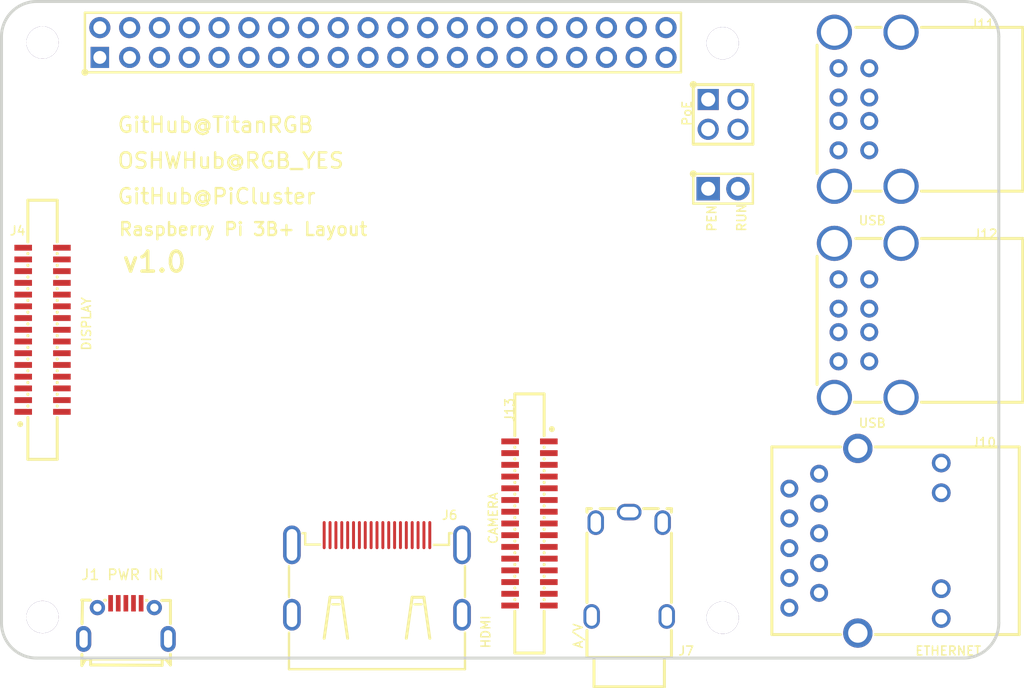
<source format=kicad_pcb>
(kicad_pcb (version 20171130) (host pcbnew "(5.1.9)-1")

  (general
    (thickness 1.6)
    (drawings 33)
    (tracks 4)
    (zones 0)
    (modules 11)
    (nets 147)
  )

  (page A4)
  (layers
    (0 F.Cu signal)
    (31 B.Cu signal)
    (32 B.Adhes user)
    (33 F.Adhes user)
    (34 B.Paste user)
    (35 F.Paste user)
    (36 B.SilkS user)
    (37 F.SilkS user)
    (38 B.Mask user)
    (39 F.Mask user)
    (40 Dwgs.User user)
    (41 Cmts.User user)
    (42 Eco1.User user)
    (43 Eco2.User user)
    (44 Edge.Cuts user)
    (45 Margin user)
    (46 B.CrtYd user)
    (47 F.CrtYd user)
    (48 B.Fab user hide)
    (49 F.Fab user hide)
  )

  (setup
    (last_trace_width 0.25)
    (trace_clearance 0.2)
    (zone_clearance 0.508)
    (zone_45_only no)
    (trace_min 0.2)
    (via_size 0.8)
    (via_drill 0.4)
    (via_min_size 0.4)
    (via_min_drill 0.3)
    (uvia_size 0.3)
    (uvia_drill 0.1)
    (uvias_allowed no)
    (uvia_min_size 0.2)
    (uvia_min_drill 0.1)
    (edge_width 0.05)
    (segment_width 0.2)
    (pcb_text_width 0.3)
    (pcb_text_size 1.5 1.5)
    (mod_edge_width 0.12)
    (mod_text_size 1 1)
    (mod_text_width 0.15)
    (pad_size 1.524 1.524)
    (pad_drill 0.762)
    (pad_to_mask_clearance 0)
    (aux_axis_origin 0 0)
    (visible_elements FFFFFF7F)
    (pcbplotparams
      (layerselection 0x010fc_ffffffff)
      (usegerberextensions false)
      (usegerberattributes true)
      (usegerberadvancedattributes true)
      (creategerberjobfile true)
      (excludeedgelayer true)
      (linewidth 0.100000)
      (plotframeref false)
      (viasonmask false)
      (mode 1)
      (useauxorigin false)
      (hpglpennumber 1)
      (hpglpenspeed 20)
      (hpglpendiameter 15.000000)
      (psnegative false)
      (psa4output false)
      (plotreference true)
      (plotvalue true)
      (plotinvisibletext false)
      (padsonsilk false)
      (subtractmaskfromsilk false)
      (outputformat 1)
      (mirror false)
      (drillshape 1)
      (scaleselection 1)
      (outputdirectory ""))
  )

  (net 0 "")
  (net 1 J1_5)
  (net 2 J1_4)
  (net 3 J1_3)
  (net 4 J1_2)
  (net 5 J1_1)
  (net 6 J1_7)
  (net 7 J1_8)
  (net 8 J1_9)
  (net 9 J1_6)
  (net 10 J11_1)
  (net 11 J11_2)
  (net 12 J11_3)
  (net 13 J11_4)
  (net 14 J11_5)
  (net 15 J11_6)
  (net 16 J11_7)
  (net 17 J11_8)
  (net 18 J11_9)
  (net 19 J12_1)
  (net 20 J12_2)
  (net 21 J12_3)
  (net 22 J12_4)
  (net 23 J12_5)
  (net 24 J12_6)
  (net 25 J12_7)
  (net 26 J12_8)
  (net 27 J12_9)
  (net 28 J4_1)
  (net 29 J4_2)
  (net 30 J4_3)
  (net 31 J4_4)
  (net 32 J4_5)
  (net 33 J4_6)
  (net 34 J4_7)
  (net 35 J4_8)
  (net 36 J4_9)
  (net 37 J4_10)
  (net 38 J4_11)
  (net 39 J4_12)
  (net 40 J4_13)
  (net 41 J4_14)
  (net 42 J4_15)
  (net 43 J3_1)
  (net 44 J3_2)
  (net 45 J3_3)
  (net 46 J3_4)
  (net 47 J3_5)
  (net 48 J3_6)
  (net 49 J3_7)
  (net 50 J3_8)
  (net 51 J3_9)
  (net 52 J3_10)
  (net 53 J3_11)
  (net 54 J3_12)
  (net 55 J3_13)
  (net 56 J3_14)
  (net 57 J3_15)
  (net 58 GPIO_1)
  (net 59 GPIO_2)
  (net 60 GPIO_3)
  (net 61 GPIO_4)
  (net 62 GPIO_5)
  (net 63 GPIO_6)
  (net 64 GPIO_7)
  (net 65 GPIO_8)
  (net 66 GPIO_9)
  (net 67 GPIO_10)
  (net 68 GPIO_11)
  (net 69 GPIO_12)
  (net 70 GPIO_13)
  (net 71 GPIO_14)
  (net 72 GPIO_15)
  (net 73 GPIO_16)
  (net 74 GPIO_17)
  (net 75 GPIO_18)
  (net 76 GPIO_19)
  (net 77 GPIO_20)
  (net 78 GPIO_21)
  (net 79 GPIO_22)
  (net 80 GPIO_23)
  (net 81 GPIO_24)
  (net 82 GPIO_25)
  (net 83 GPIO_26)
  (net 84 GPIO_27)
  (net 85 GPIO_28)
  (net 86 GPIO_29)
  (net 87 GPIO_30)
  (net 88 GPIO_31)
  (net 89 GPIO_32)
  (net 90 GPIO_33)
  (net 91 GPIO_34)
  (net 92 GPIO_35)
  (net 93 GPIO_36)
  (net 94 GPIO_37)
  (net 95 GPIO_38)
  (net 96 GPIO_39)
  (net 97 GPIO_40)
  (net 98 J6_10)
  (net 99 J6_9)
  (net 100 J6_8)
  (net 101 J6_7)
  (net 102 J6_6)
  (net 103 J6_5)
  (net 104 J6_4)
  (net 105 J6_3)
  (net 106 J6_2)
  (net 107 J6_1)
  (net 108 J6_11)
  (net 109 J6_12)
  (net 110 J6_13)
  (net 111 J6_14)
  (net 112 J6_15)
  (net 113 J6_16)
  (net 114 J6_17)
  (net 115 J6_18)
  (net 116 J6_19)
  (net 117 J6_20)
  (net 118 J6_21)
  (net 119 J6_22)
  (net 120 J6_23)
  (net 121 J7_1)
  (net 122 J7_2)
  (net 123 J7_3)
  (net 124 J7_4)
  (net 125 J10_10)
  (net 126 J10_9)
  (net 127 J10_11)
  (net 128 J10_12)
  (net 129 J10_13)
  (net 130 J10_14)
  (net 131 J10_15)
  (net 132 J10_16)
  (net 133 J10_1)
  (net 134 J10_2)
  (net 135 J10_3)
  (net 136 J10_4)
  (net 137 J10_5)
  (net 138 J10_6)
  (net 139 J10_7)
  (net 140 J10_8)
  (net 141 PEN/RUN_1)
  (net 142 PEN/RUN_2)
  (net 143 POE_1)
  (net 144 POE_2)
  (net 145 POE_3)
  (net 146 POE_4)

  (net_class Default "This is the default net class."
    (clearance 0.2)
    (trace_width 0.25)
    (via_dia 0.8)
    (via_drill 0.4)
    (uvia_dia 0.3)
    (uvia_drill 0.1)
    (add_net GPIO_1)
    (add_net GPIO_10)
    (add_net GPIO_11)
    (add_net GPIO_12)
    (add_net GPIO_13)
    (add_net GPIO_14)
    (add_net GPIO_15)
    (add_net GPIO_16)
    (add_net GPIO_17)
    (add_net GPIO_18)
    (add_net GPIO_19)
    (add_net GPIO_2)
    (add_net GPIO_20)
    (add_net GPIO_21)
    (add_net GPIO_22)
    (add_net GPIO_23)
    (add_net GPIO_24)
    (add_net GPIO_25)
    (add_net GPIO_26)
    (add_net GPIO_27)
    (add_net GPIO_28)
    (add_net GPIO_29)
    (add_net GPIO_3)
    (add_net GPIO_30)
    (add_net GPIO_31)
    (add_net GPIO_32)
    (add_net GPIO_33)
    (add_net GPIO_34)
    (add_net GPIO_35)
    (add_net GPIO_36)
    (add_net GPIO_37)
    (add_net GPIO_38)
    (add_net GPIO_39)
    (add_net GPIO_4)
    (add_net GPIO_40)
    (add_net GPIO_5)
    (add_net GPIO_6)
    (add_net GPIO_7)
    (add_net GPIO_8)
    (add_net GPIO_9)
    (add_net J10_1)
    (add_net J10_10)
    (add_net J10_11)
    (add_net J10_12)
    (add_net J10_13)
    (add_net J10_14)
    (add_net J10_15)
    (add_net J10_16)
    (add_net J10_2)
    (add_net J10_3)
    (add_net J10_4)
    (add_net J10_5)
    (add_net J10_6)
    (add_net J10_7)
    (add_net J10_8)
    (add_net J10_9)
    (add_net J11_1)
    (add_net J11_2)
    (add_net J11_3)
    (add_net J11_4)
    (add_net J11_5)
    (add_net J11_6)
    (add_net J11_7)
    (add_net J11_8)
    (add_net J11_9)
    (add_net J12_1)
    (add_net J12_2)
    (add_net J12_3)
    (add_net J12_4)
    (add_net J12_5)
    (add_net J12_6)
    (add_net J12_7)
    (add_net J12_8)
    (add_net J12_9)
    (add_net J1_1)
    (add_net J1_2)
    (add_net J1_3)
    (add_net J1_4)
    (add_net J1_5)
    (add_net J1_6)
    (add_net J1_7)
    (add_net J1_8)
    (add_net J1_9)
    (add_net J3_1)
    (add_net J3_10)
    (add_net J3_11)
    (add_net J3_12)
    (add_net J3_13)
    (add_net J3_14)
    (add_net J3_15)
    (add_net J3_2)
    (add_net J3_3)
    (add_net J3_4)
    (add_net J3_5)
    (add_net J3_6)
    (add_net J3_7)
    (add_net J3_8)
    (add_net J3_9)
    (add_net J4_1)
    (add_net J4_10)
    (add_net J4_11)
    (add_net J4_12)
    (add_net J4_13)
    (add_net J4_14)
    (add_net J4_15)
    (add_net J4_2)
    (add_net J4_3)
    (add_net J4_4)
    (add_net J4_5)
    (add_net J4_6)
    (add_net J4_7)
    (add_net J4_8)
    (add_net J4_9)
    (add_net J6_1)
    (add_net J6_10)
    (add_net J6_11)
    (add_net J6_12)
    (add_net J6_13)
    (add_net J6_14)
    (add_net J6_15)
    (add_net J6_16)
    (add_net J6_17)
    (add_net J6_18)
    (add_net J6_19)
    (add_net J6_2)
    (add_net J6_20)
    (add_net J6_21)
    (add_net J6_22)
    (add_net J6_23)
    (add_net J6_3)
    (add_net J6_4)
    (add_net J6_5)
    (add_net J6_6)
    (add_net J6_7)
    (add_net J6_8)
    (add_net J6_9)
    (add_net J7_1)
    (add_net J7_2)
    (add_net J7_3)
    (add_net J7_4)
    (add_net PEN/RUN_1)
    (add_net PEN/RUN_2)
    (add_net POE_1)
    (add_net POE_2)
    (add_net POE_3)
    (add_net POE_4)
  )

  (module easyeda:MICRO-USB-SMD_MICROXNJ (layer F.Cu) (tedit 0) (tstamp 0)
    (at 108.39 124.601)
    (attr smd)
    (fp_text reference J1 (at -3.869 -2.427) (layer F.SilkS) hide
      (effects (font (size 0.762 0.762) (thickness 0.127)) (justify left))
    )
    (fp_text value "PWR IN" (at -0.006 -4.534) (layer F.Fab) hide
      (effects (font (size 1.143 1.143) (thickness 0.152)) (justify left))
    )
    (fp_line (start -3.76 -1.79) (end -3.031 -1.787) (layer F.SilkS) (width 0.254))
    (fp_line (start -1.814 -1.782) (end -1.731 -1.782) (layer F.SilkS) (width 0.254))
    (fp_line (start 1.731 -1.768) (end 1.799 -1.768) (layer F.SilkS) (width 0.254))
    (fp_line (start 3.8 -1.76) (end 3.8 0.213) (layer F.SilkS) (width 0.254))
    (fp_line (start 3.056 -1.763) (end 3.8 -1.76) (layer F.SilkS) (width 0.254))
    (fp_line (start -3.735 0.201) (end -3.7 -1.76) (layer F.SilkS) (width 0.254))
    (fp_line (start 3.8 3.74) (end 3.8 2.829) (layer F.SilkS) (width 0.254))
    (fp_line (start 3.4 3.24) (end 3.8 3.74) (layer F.SilkS) (width 0.254))
    (fp_line (start 3.1 3.24) (end 3.4 3.24) (layer F.SilkS) (width 0.254))
    (fp_line (start -3 3.24) (end 3.1 3.24) (layer F.SilkS) (width 0.254))
    (fp_line (start -3.735 0.201) (end -3.731 -0.007) (layer F.SilkS) (width 0.254))
    (fp_line (start -3.75 3.78) (end -3.745 2.84) (layer F.SilkS) (width 0.254))
    (fp_line (start -3.45 3.26) (end -3.75 3.78) (layer F.SilkS) (width 0.254))
    (fp_line (start -3 3.24) (end -3.45 3.26) (layer F.SilkS) (width 0.254))
    (fp_line (start -3.733 0.2) (end -3.732 0.026) (layer F.SilkS) (width 0.254))
    (fp_line (start 3.09 3.77) (end 3.1 3.24) (layer F.SilkS) (width 0.254))
    (fp_line (start -3 3.74) (end 3.09 3.77) (layer F.SilkS) (width 0.254))
    (fp_line (start -3 3.24) (end -3 3.74) (layer F.SilkS) (width 0.254))
    (fp_poly (pts (xy -1.1 -2.221) (xy -1.5 -2.221) (xy -1.5 -1.021) (xy -1.5 -0.821)
      (xy -1.1 -0.821) (xy -1.1 -1.058)) (layer F.Paste) (width 0))
    (fp_poly (pts (xy -0.45 -2.221) (xy -0.85 -2.221) (xy -0.85 -1.021) (xy -0.85 -0.821)
      (xy -0.45 -0.821) (xy -0.45 -1.058)) (layer F.Paste) (width 0))
    (fp_poly (pts (xy 0.2 -2.221) (xy -0.2 -2.221) (xy -0.2 -1.021) (xy -0.2 -0.821)
      (xy 0.2 -0.821) (xy 0.2 -1.058)) (layer F.Paste) (width 0))
    (fp_poly (pts (xy 0.85 -2.221) (xy 0.45 -2.221) (xy 0.45 -1.021) (xy 0.45 -0.821)
      (xy 0.85 -0.821) (xy 0.85 -1.058)) (layer F.Paste) (width 0))
    (fp_poly (pts (xy 1.5 -2.221) (xy 1.1 -2.221) (xy 1.1 -1.021) (xy 1.1 -0.821)
      (xy 1.5 -0.821) (xy 1.5 -1.058)) (layer F.Paste) (width 0))
    (fp_circle (center 2.425 -1.149) (end 2.75 -1.149) (layer F.Paste) (width 0.65))
    (fp_circle (center -2.425 -1.149) (end -2.1 -1.149) (layer F.Paste) (width 0.65))
    (fp_circle (center -1.53 -1.554) (end -1.43 -1.554) (layer Cmts.User) (width 0.2))
    (pad 5 smd rect (at 1.3 -1.521 270) (size 1.4 0.4) (layers F.Cu F.Paste F.Mask)
      (net 1 J1_5))
    (pad 4 smd rect (at 0.65 -1.521 270) (size 1.4 0.4) (layers F.Cu F.Paste F.Mask)
      (net 2 J1_4))
    (pad 3 smd rect (at 0 -1.521 270) (size 1.4 0.4) (layers F.Cu F.Paste F.Mask)
      (net 3 J1_3))
    (pad 2 smd rect (at -0.65 -1.521 270) (size 1.4 0.4) (layers F.Cu F.Paste F.Mask)
      (net 4 J1_2))
    (pad 1 smd rect (at -1.3 -1.521 270) (size 1.4 0.4) (layers F.Cu F.Paste F.Mask)
      (net 5 J1_1))
    (pad 7 thru_hole oval (at 3.6 1.521) (size 1.3 2.2) (drill oval 0.7 1.5) (layers *.Cu *.Paste *.Mask)
      (net 6 J1_7))
    (pad 8 thru_hole oval (at -3.6 1.521) (size 1.3 2.2) (drill oval 0.7 1.5) (layers *.Cu *.Paste *.Mask)
      (net 7 J1_8))
    (pad 9 thru_hole circle (at -2.425 -1.149) (size 1.3 1.3) (drill 0.7) (layers *.Cu *.Paste *.Mask)
      (net 8 J1_9))
    (pad 6 thru_hole circle (at 2.425 -1.149) (size 1.3 1.3) (drill 0.7) (layers *.Cu *.Paste *.Mask)
      (net 9 J1_6))
  )

  (module easyeda:USB-A-TH_U-USBAR04P-F201 locked (layer F.Cu) (tedit 0) (tstamp 0)
    (at 171.619 80.947 90)
    (fp_text reference J11 (at 0 -4.95 90) (layer F.SilkS) hide
      (effects (font (size 1.143 1.143) (thickness 0.152)) (justify left))
    )
    (fp_text value USB (at 0 -6.728 90) (layer F.Fab) hide
      (effects (font (size 1.143 1.143) (thickness 0.152)) (justify left))
    )
    (fp_line (start 6.985 13.208) (end 6.985 4.572) (layer F.SilkS) (width 0.254))
    (fp_line (start -6.985 13.208) (end 6.985 13.208) (layer F.SilkS) (width 0.254))
    (fp_line (start -6.985 4.572) (end -6.985 13.208) (layer F.SilkS) (width 0.254))
    (fp_line (start -6.985 -1.143) (end -6.985 1.143) (layer F.SilkS) (width 0.254))
    (fp_line (start 6.985 -1.016) (end 6.985 1.143) (layer F.SilkS) (width 0.254))
    (fp_line (start -5.461 -4.318) (end 5.461 -4.318) (layer F.SilkS) (width 0.254))
    (pad 1 thru_hole circle (at -3.5 -2.49 90) (size 1.524 1.524) (drill 0.914) (layers *.Cu *.Paste *.Mask)
      (net 10 J11_1))
    (pad 2 thru_hole circle (at -1 -2.49 90) (size 1.524 1.524) (drill 0.914) (layers *.Cu *.Paste *.Mask)
      (net 11 J11_2))
    (pad 3 thru_hole circle (at 1 -2.49 90) (size 1.524 1.524) (drill 0.914) (layers *.Cu *.Paste *.Mask)
      (net 12 J11_3))
    (pad 4 thru_hole circle (at 3.5 -2.49 90) (size 1.524 1.524) (drill 0.914) (layers *.Cu *.Paste *.Mask)
      (net 13 J11_4))
    (pad 5 thru_hole circle (at -3.5 0.13 90) (size 1.524 1.524) (drill 0.914) (layers *.Cu *.Paste *.Mask)
      (net 14 J11_5))
    (pad 6 thru_hole circle (at -1 0.13 90) (size 1.524 1.524) (drill 0.914) (layers *.Cu *.Paste *.Mask)
      (net 15 J11_6))
    (pad 7 thru_hole circle (at 1 0.13 90) (size 1.524 1.524) (drill 0.914) (layers *.Cu *.Paste *.Mask)
      (net 16 J11_7))
    (pad 8 thru_hole circle (at 3.5 0.13 90) (size 1.524 1.524) (drill 0.914) (layers *.Cu *.Paste *.Mask)
      (net 17 J11_8))
    (pad 9 thru_hole circle (at -6.57 -2.84 90) (size 3 3) (drill 2.3) (layers *.Cu *.Paste *.Mask)
      (net 18 J11_9))
    (pad 9 thru_hole circle (at 6.57 -2.84 90) (size 3 3) (drill 2.3) (layers *.Cu *.Paste *.Mask)
      (net 18 J11_9))
    (pad 9 thru_hole circle (at -6.57 2.84 90) (size 3 3) (drill 2.3) (layers *.Cu *.Paste *.Mask)
      (net 18 J11_9))
    (pad 9 thru_hole circle (at 6.57 2.84 90) (size 3 3) (drill 2.3) (layers *.Cu *.Paste *.Mask)
      (net 18 J11_9))
  )

  (module easyeda:USB-A-TH_U-USBAR04P-F201 locked (layer F.Cu) (tedit 0) (tstamp 0)
    (at 171.619 98.953 90)
    (fp_text reference J12 (at 0 -4.95 90) (layer F.SilkS) hide
      (effects (font (size 1.143 1.143) (thickness 0.152)) (justify left))
    )
    (fp_text value USB (at 0 -6.728 90) (layer F.Fab) hide
      (effects (font (size 1.143 1.143) (thickness 0.152)) (justify left))
    )
    (fp_line (start 6.985 13.208) (end 6.985 4.572) (layer F.SilkS) (width 0.254))
    (fp_line (start -6.985 13.208) (end 6.985 13.208) (layer F.SilkS) (width 0.254))
    (fp_line (start -6.985 4.572) (end -6.985 13.208) (layer F.SilkS) (width 0.254))
    (fp_line (start -6.985 -1.143) (end -6.985 1.143) (layer F.SilkS) (width 0.254))
    (fp_line (start 6.985 -1.016) (end 6.985 1.143) (layer F.SilkS) (width 0.254))
    (fp_line (start -5.461 -4.318) (end 5.461 -4.318) (layer F.SilkS) (width 0.254))
    (pad 1 thru_hole circle (at -3.5 -2.49 90) (size 1.524 1.524) (drill 0.914) (layers *.Cu *.Paste *.Mask)
      (net 19 J12_1))
    (pad 2 thru_hole circle (at -1 -2.49 90) (size 1.524 1.524) (drill 0.914) (layers *.Cu *.Paste *.Mask)
      (net 20 J12_2))
    (pad 3 thru_hole circle (at 1 -2.49 90) (size 1.524 1.524) (drill 0.914) (layers *.Cu *.Paste *.Mask)
      (net 21 J12_3))
    (pad 4 thru_hole circle (at 3.5 -2.49 90) (size 1.524 1.524) (drill 0.914) (layers *.Cu *.Paste *.Mask)
      (net 22 J12_4))
    (pad 5 thru_hole circle (at -3.5 0.13 90) (size 1.524 1.524) (drill 0.914) (layers *.Cu *.Paste *.Mask)
      (net 23 J12_5))
    (pad 6 thru_hole circle (at -1 0.13 90) (size 1.524 1.524) (drill 0.914) (layers *.Cu *.Paste *.Mask)
      (net 24 J12_6))
    (pad 7 thru_hole circle (at 1 0.13 90) (size 1.524 1.524) (drill 0.914) (layers *.Cu *.Paste *.Mask)
      (net 25 J12_7))
    (pad 8 thru_hole circle (at 3.5 0.13 90) (size 1.524 1.524) (drill 0.914) (layers *.Cu *.Paste *.Mask)
      (net 26 J12_8))
    (pad 9 thru_hole circle (at -6.57 -2.84 90) (size 3 3) (drill 2.3) (layers *.Cu *.Paste *.Mask)
      (net 27 J12_9))
    (pad 9 thru_hole circle (at 6.57 -2.84 90) (size 3 3) (drill 2.3) (layers *.Cu *.Paste *.Mask)
      (net 27 J12_9))
    (pad 9 thru_hole circle (at -6.57 2.84 90) (size 3 3) (drill 2.3) (layers *.Cu *.Paste *.Mask)
      (net 27 J12_9))
    (pad 9 thru_hole circle (at 6.57 2.84 90) (size 3 3) (drill 2.3) (layers *.Cu *.Paste *.Mask)
      (net 27 J12_9))
  )

  (module easyeda:FPC-SMD_15P-P1.00_HDGC_1.0K-GT-15PB locked (layer F.Cu) (tedit 0) (tstamp 0)
    (at 101.289 99.755 90)
    (attr smd)
    (fp_text reference J4 (at -0.142 -2.666 90) (layer F.SilkS) hide
      (effects (font (size 1.143 1.143) (thickness 0.152)) (justify left))
    )
    (fp_text value DISPLAY (at -0.142 -4.444 90) (layer F.Fab) hide
      (effects (font (size 1.143 1.143) (thickness 0.152)) (justify left))
    )
    (fp_line (start 11.05 -1.25) (end 11.05 1.25) (layer F.SilkS) (width 0.254))
    (fp_circle (center -8.048 -1.905) (end -7.921 -1.905) (layer F.SilkS) (width 0.254))
    (fp_line (start -11.05 -1.25) (end -7.481 -1.25) (layer F.SilkS) (width 0.254))
    (fp_line (start -6.519 -1.25) (end -6.481 -1.25) (layer F.SilkS) (width 0.254))
    (fp_line (start -5.519 -1.25) (end -5.481 -1.25) (layer F.SilkS) (width 0.254))
    (fp_line (start -4.519 -1.25) (end -4.481 -1.25) (layer F.SilkS) (width 0.254))
    (fp_line (start -3.519 -1.25) (end -3.481 -1.25) (layer F.SilkS) (width 0.254))
    (fp_line (start -6.519 1.25) (end -6.481 1.25) (layer F.SilkS) (width 0.254))
    (fp_line (start -5.519 1.25) (end -5.481 1.25) (layer F.SilkS) (width 0.254))
    (fp_line (start -4.519 1.25) (end -4.481 1.25) (layer F.SilkS) (width 0.254))
    (fp_line (start -3.519 1.25) (end -3.481 1.25) (layer F.SilkS) (width 0.254))
    (fp_line (start -11.05 1.25) (end -7.481 1.25) (layer F.SilkS) (width 0.254))
    (fp_line (start 6.519 -1.25) (end 6.481 -1.25) (layer F.SilkS) (width 0.254))
    (fp_line (start 5.519 -1.25) (end 5.481 -1.25) (layer F.SilkS) (width 0.254))
    (fp_line (start 4.519 -1.25) (end 4.481 -1.25) (layer F.SilkS) (width 0.254))
    (fp_line (start 3.519 -1.25) (end 3.481 -1.25) (layer F.SilkS) (width 0.254))
    (fp_line (start 2.519 -1.25) (end 2.481 -1.25) (layer F.SilkS) (width 0.254))
    (fp_line (start 1.519 -1.25) (end 1.481 -1.25) (layer F.SilkS) (width 0.254))
    (fp_line (start 0.519 -1.25) (end 0.481 -1.25) (layer F.SilkS) (width 0.254))
    (fp_line (start -0.481 -1.25) (end -0.519 -1.25) (layer F.SilkS) (width 0.254))
    (fp_line (start -1.481 -1.25) (end -1.519 -1.25) (layer F.SilkS) (width 0.254))
    (fp_line (start -2.481 -1.25) (end -2.519 -1.25) (layer F.SilkS) (width 0.254))
    (fp_line (start 6.519 1.25) (end 6.481 1.25) (layer F.SilkS) (width 0.254))
    (fp_line (start 5.519 1.25) (end 5.481 1.25) (layer F.SilkS) (width 0.254))
    (fp_line (start 4.519 1.25) (end 4.481 1.25) (layer F.SilkS) (width 0.254))
    (fp_line (start 3.519 1.25) (end 3.481 1.25) (layer F.SilkS) (width 0.254))
    (fp_line (start 2.519 1.25) (end 2.481 1.25) (layer F.SilkS) (width 0.254))
    (fp_line (start 1.519 1.25) (end 1.481 1.25) (layer F.SilkS) (width 0.254))
    (fp_line (start 0.519 1.25) (end 0.481 1.25) (layer F.SilkS) (width 0.254))
    (fp_line (start -0.481 1.25) (end -0.519 1.25) (layer F.SilkS) (width 0.254))
    (fp_line (start -1.481 1.25) (end -1.519 1.25) (layer F.SilkS) (width 0.254))
    (fp_line (start -2.481 1.25) (end -2.519 1.25) (layer F.SilkS) (width 0.254))
    (fp_line (start -11.05 -1.25) (end -11.05 1.25) (layer F.SilkS) (width 0.254))
    (fp_line (start 11.05 -1.25) (end 7.481 -1.25) (layer F.SilkS) (width 0.254))
    (fp_line (start 11.05 1.25) (end 7.481 1.25) (layer F.SilkS) (width 0.254))
    (fp_poly (pts (xy -9.5 1) (xy -10.5 1) (xy -10.5 -1) (xy 10.5 -1)
      (xy 10.5 1) (xy 9 1) (xy 9 -0.5) (xy -9 -0.5)
      (xy -9 1)) (layer Cmts.User) (width 0))
    (pad 1 smd rect (at -7 -1.65 90) (size 0.5 1.5) (layers F.Cu F.Paste F.Mask)
      (net 28 J4_1))
    (pad 2 smd rect (at -6 -1.65 90) (size 0.5 1.5) (layers F.Cu F.Paste F.Mask)
      (net 29 J4_2))
    (pad 3 smd rect (at -5 -1.65 90) (size 0.5 1.5) (layers F.Cu F.Paste F.Mask)
      (net 30 J4_3))
    (pad 4 smd rect (at -4 -1.65 90) (size 0.5 1.5) (layers F.Cu F.Paste F.Mask)
      (net 31 J4_4))
    (pad 5 smd rect (at -3 -1.65 90) (size 0.5 1.5) (layers F.Cu F.Paste F.Mask)
      (net 32 J4_5))
    (pad 5 smd rect (at -3 1.65 90) (size 0.5 1.5) (layers F.Cu F.Paste F.Mask)
      (net 32 J4_5))
    (pad 4 smd rect (at -4 1.65 90) (size 0.5 1.5) (layers F.Cu F.Paste F.Mask)
      (net 31 J4_4))
    (pad 3 smd rect (at -5 1.65 90) (size 0.5 1.5) (layers F.Cu F.Paste F.Mask)
      (net 30 J4_3))
    (pad 2 smd rect (at -6 1.65 90) (size 0.5 1.5) (layers F.Cu F.Paste F.Mask)
      (net 29 J4_2))
    (pad 1 smd rect (at -7 1.65 90) (size 0.5 1.5) (layers F.Cu F.Paste F.Mask)
      (net 28 J4_1))
    (pad 6 smd rect (at -2 1.65 90) (size 0.5 1.5) (layers F.Cu F.Paste F.Mask)
      (net 33 J4_6))
    (pad 7 smd rect (at -1 1.65 90) (size 0.5 1.5) (layers F.Cu F.Paste F.Mask)
      (net 34 J4_7))
    (pad 8 smd rect (at 0 1.65 90) (size 0.5 1.5) (layers F.Cu F.Paste F.Mask)
      (net 35 J4_8))
    (pad 9 smd rect (at 1 1.65 90) (size 0.5 1.5) (layers F.Cu F.Paste F.Mask)
      (net 36 J4_9))
    (pad 10 smd rect (at 2 1.65 90) (size 0.5 1.5) (layers F.Cu F.Paste F.Mask)
      (net 37 J4_10))
    (pad 11 smd rect (at 3 1.65 90) (size 0.5 1.5) (layers F.Cu F.Paste F.Mask)
      (net 38 J4_11))
    (pad 12 smd rect (at 4 1.65 90) (size 0.5 1.5) (layers F.Cu F.Paste F.Mask)
      (net 39 J4_12))
    (pad 13 smd rect (at 5 1.65 90) (size 0.5 1.5) (layers F.Cu F.Paste F.Mask)
      (net 40 J4_13))
    (pad 14 smd rect (at 6 1.65 90) (size 0.5 1.5) (layers F.Cu F.Paste F.Mask)
      (net 41 J4_14))
    (pad 15 smd rect (at 7 1.65 90) (size 0.5 1.5) (layers F.Cu F.Paste F.Mask)
      (net 42 J4_15))
    (pad 15 smd rect (at 7 -1.65 90) (size 0.5 1.5) (layers F.Cu F.Paste F.Mask)
      (net 42 J4_15))
    (pad 14 smd rect (at 6 -1.65 90) (size 0.5 1.5) (layers F.Cu F.Paste F.Mask)
      (net 41 J4_14))
    (pad 13 smd rect (at 5 -1.65 90) (size 0.5 1.5) (layers F.Cu F.Paste F.Mask)
      (net 40 J4_13))
    (pad 12 smd rect (at 4 -1.65 90) (size 0.5 1.5) (layers F.Cu F.Paste F.Mask)
      (net 39 J4_12))
    (pad 11 smd rect (at 3 -1.65 90) (size 0.5 1.5) (layers F.Cu F.Paste F.Mask)
      (net 38 J4_11))
    (pad 10 smd rect (at 2 -1.65 90) (size 0.5 1.5) (layers F.Cu F.Paste F.Mask)
      (net 37 J4_10))
    (pad 9 smd rect (at 1 -1.65 90) (size 0.5 1.5) (layers F.Cu F.Paste F.Mask)
      (net 36 J4_9))
    (pad 8 smd rect (at 0 -1.65 90) (size 0.5 1.5) (layers F.Cu F.Paste F.Mask)
      (net 35 J4_8))
    (pad 7 smd rect (at -1 -1.65 90) (size 0.5 1.5) (layers F.Cu F.Paste F.Mask)
      (net 34 J4_7))
    (pad 6 smd rect (at -2 -1.65 90) (size 0.5 1.5) (layers F.Cu F.Paste F.Mask)
      (net 33 J4_6))
  )

  (module easyeda:FPC-SMD_15P-P1.00_HDGC_1.0K-GT-15PB (layer F.Cu) (tedit 0) (tstamp 0)
    (at 142.79 116.275 270)
    (attr smd)
    (fp_text reference J3 (at -0.142 -2.666 270) (layer F.SilkS) hide
      (effects (font (size 1.143 1.143) (thickness 0.152)) (justify left))
    )
    (fp_text value CAMERA (at -0.142 -4.444 270) (layer F.Fab) hide
      (effects (font (size 1.143 1.143) (thickness 0.152)) (justify left))
    )
    (fp_line (start 11.05 -1.25) (end 11.05 1.25) (layer F.SilkS) (width 0.254))
    (fp_circle (center -8.048 -1.905) (end -7.921 -1.905) (layer F.SilkS) (width 0.254))
    (fp_line (start -11.05 -1.25) (end -7.481 -1.25) (layer F.SilkS) (width 0.254))
    (fp_line (start -6.519 -1.25) (end -6.481 -1.25) (layer F.SilkS) (width 0.254))
    (fp_line (start -5.519 -1.25) (end -5.481 -1.25) (layer F.SilkS) (width 0.254))
    (fp_line (start -4.519 -1.25) (end -4.481 -1.25) (layer F.SilkS) (width 0.254))
    (fp_line (start -3.519 -1.25) (end -3.481 -1.25) (layer F.SilkS) (width 0.254))
    (fp_line (start -6.519 1.25) (end -6.481 1.25) (layer F.SilkS) (width 0.254))
    (fp_line (start -5.519 1.25) (end -5.481 1.25) (layer F.SilkS) (width 0.254))
    (fp_line (start -4.519 1.25) (end -4.481 1.25) (layer F.SilkS) (width 0.254))
    (fp_line (start -3.519 1.25) (end -3.481 1.25) (layer F.SilkS) (width 0.254))
    (fp_line (start -11.05 1.25) (end -7.481 1.25) (layer F.SilkS) (width 0.254))
    (fp_line (start 6.519 -1.25) (end 6.481 -1.25) (layer F.SilkS) (width 0.254))
    (fp_line (start 5.519 -1.25) (end 5.481 -1.25) (layer F.SilkS) (width 0.254))
    (fp_line (start 4.519 -1.25) (end 4.481 -1.25) (layer F.SilkS) (width 0.254))
    (fp_line (start 3.519 -1.25) (end 3.481 -1.25) (layer F.SilkS) (width 0.254))
    (fp_line (start 2.519 -1.25) (end 2.481 -1.25) (layer F.SilkS) (width 0.254))
    (fp_line (start 1.519 -1.25) (end 1.481 -1.25) (layer F.SilkS) (width 0.254))
    (fp_line (start 0.519 -1.25) (end 0.481 -1.25) (layer F.SilkS) (width 0.254))
    (fp_line (start -0.481 -1.25) (end -0.519 -1.25) (layer F.SilkS) (width 0.254))
    (fp_line (start -1.481 -1.25) (end -1.519 -1.25) (layer F.SilkS) (width 0.254))
    (fp_line (start -2.481 -1.25) (end -2.519 -1.25) (layer F.SilkS) (width 0.254))
    (fp_line (start 6.519 1.25) (end 6.481 1.25) (layer F.SilkS) (width 0.254))
    (fp_line (start 5.519 1.25) (end 5.481 1.25) (layer F.SilkS) (width 0.254))
    (fp_line (start 4.519 1.25) (end 4.481 1.25) (layer F.SilkS) (width 0.254))
    (fp_line (start 3.519 1.25) (end 3.481 1.25) (layer F.SilkS) (width 0.254))
    (fp_line (start 2.519 1.25) (end 2.481 1.25) (layer F.SilkS) (width 0.254))
    (fp_line (start 1.519 1.25) (end 1.481 1.25) (layer F.SilkS) (width 0.254))
    (fp_line (start 0.519 1.25) (end 0.481 1.25) (layer F.SilkS) (width 0.254))
    (fp_line (start -0.481 1.25) (end -0.519 1.25) (layer F.SilkS) (width 0.254))
    (fp_line (start -1.481 1.25) (end -1.519 1.25) (layer F.SilkS) (width 0.254))
    (fp_line (start -2.481 1.25) (end -2.519 1.25) (layer F.SilkS) (width 0.254))
    (fp_line (start -11.05 -1.25) (end -11.05 1.25) (layer F.SilkS) (width 0.254))
    (fp_line (start 11.05 -1.25) (end 7.481 -1.25) (layer F.SilkS) (width 0.254))
    (fp_line (start 11.05 1.25) (end 7.481 1.25) (layer F.SilkS) (width 0.254))
    (fp_poly (pts (xy -9.5 1) (xy -10.5 1) (xy -10.5 -1) (xy 10.5 -1)
      (xy 10.5 1) (xy 9 1) (xy 9 -0.5) (xy -9 -0.5)
      (xy -9 1)) (layer Cmts.User) (width 0))
    (pad 1 smd rect (at -7 -1.65 270) (size 0.5 1.5) (layers F.Cu F.Paste F.Mask)
      (net 43 J3_1))
    (pad 2 smd rect (at -6 -1.65 270) (size 0.5 1.5) (layers F.Cu F.Paste F.Mask)
      (net 44 J3_2))
    (pad 3 smd rect (at -5 -1.65 270) (size 0.5 1.5) (layers F.Cu F.Paste F.Mask)
      (net 45 J3_3))
    (pad 4 smd rect (at -4 -1.65 270) (size 0.5 1.5) (layers F.Cu F.Paste F.Mask)
      (net 46 J3_4))
    (pad 5 smd rect (at -3 -1.65 270) (size 0.5 1.5) (layers F.Cu F.Paste F.Mask)
      (net 47 J3_5))
    (pad 5 smd rect (at -3 1.65 270) (size 0.5 1.5) (layers F.Cu F.Paste F.Mask)
      (net 47 J3_5))
    (pad 4 smd rect (at -4 1.65 270) (size 0.5 1.5) (layers F.Cu F.Paste F.Mask)
      (net 46 J3_4))
    (pad 3 smd rect (at -5 1.65 270) (size 0.5 1.5) (layers F.Cu F.Paste F.Mask)
      (net 45 J3_3))
    (pad 2 smd rect (at -6 1.65 270) (size 0.5 1.5) (layers F.Cu F.Paste F.Mask)
      (net 44 J3_2))
    (pad 1 smd rect (at -7 1.65 270) (size 0.5 1.5) (layers F.Cu F.Paste F.Mask)
      (net 43 J3_1))
    (pad 6 smd rect (at -2 1.65 270) (size 0.5 1.5) (layers F.Cu F.Paste F.Mask)
      (net 48 J3_6))
    (pad 7 smd rect (at -1 1.65 270) (size 0.5 1.5) (layers F.Cu F.Paste F.Mask)
      (net 49 J3_7))
    (pad 8 smd rect (at 0 1.65 270) (size 0.5 1.5) (layers F.Cu F.Paste F.Mask)
      (net 50 J3_8))
    (pad 9 smd rect (at 1 1.65 270) (size 0.5 1.5) (layers F.Cu F.Paste F.Mask)
      (net 51 J3_9))
    (pad 10 smd rect (at 2 1.65 270) (size 0.5 1.5) (layers F.Cu F.Paste F.Mask)
      (net 52 J3_10))
    (pad 11 smd rect (at 3 1.65 270) (size 0.5 1.5) (layers F.Cu F.Paste F.Mask)
      (net 53 J3_11))
    (pad 12 smd rect (at 4 1.65 270) (size 0.5 1.5) (layers F.Cu F.Paste F.Mask)
      (net 54 J3_12))
    (pad 13 smd rect (at 5 1.65 270) (size 0.5 1.5) (layers F.Cu F.Paste F.Mask)
      (net 55 J3_13))
    (pad 14 smd rect (at 6 1.65 270) (size 0.5 1.5) (layers F.Cu F.Paste F.Mask)
      (net 56 J3_14))
    (pad 15 smd rect (at 7 1.65 270) (size 0.5 1.5) (layers F.Cu F.Paste F.Mask)
      (net 57 J3_15))
    (pad 15 smd rect (at 7 -1.65 270) (size 0.5 1.5) (layers F.Cu F.Paste F.Mask)
      (net 57 J3_15))
    (pad 14 smd rect (at 6 -1.65 270) (size 0.5 1.5) (layers F.Cu F.Paste F.Mask)
      (net 56 J3_14))
    (pad 13 smd rect (at 5 -1.65 270) (size 0.5 1.5) (layers F.Cu F.Paste F.Mask)
      (net 55 J3_13))
    (pad 12 smd rect (at 4 -1.65 270) (size 0.5 1.5) (layers F.Cu F.Paste F.Mask)
      (net 54 J3_12))
    (pad 11 smd rect (at 3 -1.65 270) (size 0.5 1.5) (layers F.Cu F.Paste F.Mask)
      (net 53 J3_11))
    (pad 10 smd rect (at 2 -1.65 270) (size 0.5 1.5) (layers F.Cu F.Paste F.Mask)
      (net 52 J3_10))
    (pad 9 smd rect (at 1 -1.65 270) (size 0.5 1.5) (layers F.Cu F.Paste F.Mask)
      (net 51 J3_9))
    (pad 8 smd rect (at 0 -1.65 270) (size 0.5 1.5) (layers F.Cu F.Paste F.Mask)
      (net 50 J3_8))
    (pad 7 smd rect (at -1 -1.65 270) (size 0.5 1.5) (layers F.Cu F.Paste F.Mask)
      (net 49 J3_7))
    (pad 6 smd rect (at -2 -1.65 270) (size 0.5 1.5) (layers F.Cu F.Paste F.Mask)
      (net 48 J3_6))
  )

  (module easyeda:HDR-TH_40P-P2.54-V-M-R2-C20-S2.54 locked (layer F.Cu) (tedit 0) (tstamp 0)
    (at 130.301 75.255)
    (fp_text reference GPIO (at -0.253 -2.794) (layer F.SilkS) hide
      (effects (font (size 1.143 1.143) (thickness 0.152)) (justify left))
    )
    (fp_text value Header-Male-2.54_2x20 (at -0.253 -4.572) (layer F.Fab) hide
      (effects (font (size 1.143 1.143) (thickness 0.152)) (justify left))
    )
    (fp_line (start 25.4 -2.54) (end -25.4 -2.54) (layer F.SilkS) (width 0.203))
    (fp_line (start 25.4 2.54) (end 25.4 -2.54) (layer F.SilkS) (width 0.203))
    (fp_line (start -25.4 2.54) (end 25.4 2.54) (layer F.SilkS) (width 0.203))
    (fp_line (start -25.4 -2.54) (end -25.4 2.54) (layer F.SilkS) (width 0.203))
    (fp_text user ggee36cff0ea8a52f0a (at 0 0) (layer Cmts.User)
      (effects (font (size 1 1) (thickness 0.15)))
    )
    (pad 1 thru_hole rect (at -24.13 1.27) (size 1.575 1.8) (drill 1.1) (layers *.Cu *.Paste *.Mask)
      (net 58 GPIO_1))
    (pad 2 thru_hole circle (at -24.13 -1.27) (size 1.8 1.8) (drill 1.1) (layers *.Cu *.Paste *.Mask)
      (net 59 GPIO_2))
    (pad 3 thru_hole circle (at -21.59 1.27) (size 1.8 1.8) (drill 1.1) (layers *.Cu *.Paste *.Mask)
      (net 60 GPIO_3))
    (pad 4 thru_hole circle (at -21.59 -1.27) (size 1.8 1.8) (drill 1.1) (layers *.Cu *.Paste *.Mask)
      (net 61 GPIO_4))
    (pad 5 thru_hole circle (at -19.05 1.27) (size 1.8 1.8) (drill 1.1) (layers *.Cu *.Paste *.Mask)
      (net 62 GPIO_5))
    (pad 6 thru_hole circle (at -19.05 -1.27) (size 1.8 1.8) (drill 1.1) (layers *.Cu *.Paste *.Mask)
      (net 63 GPIO_6))
    (pad 7 thru_hole circle (at -16.51 1.27) (size 1.8 1.8) (drill 1.1) (layers *.Cu *.Paste *.Mask)
      (net 64 GPIO_7))
    (pad 8 thru_hole circle (at -16.51 -1.27) (size 1.8 1.8) (drill 1.1) (layers *.Cu *.Paste *.Mask)
      (net 65 GPIO_8))
    (pad 9 thru_hole circle (at -13.97 1.27) (size 1.8 1.8) (drill 1.1) (layers *.Cu *.Paste *.Mask)
      (net 66 GPIO_9))
    (pad 10 thru_hole circle (at -13.97 -1.27) (size 1.8 1.8) (drill 1.1) (layers *.Cu *.Paste *.Mask)
      (net 67 GPIO_10))
    (pad 11 thru_hole circle (at -11.43 1.27) (size 1.8 1.8) (drill 1.1) (layers *.Cu *.Paste *.Mask)
      (net 68 GPIO_11))
    (pad 12 thru_hole circle (at -11.43 -1.27) (size 1.8 1.8) (drill 1.1) (layers *.Cu *.Paste *.Mask)
      (net 69 GPIO_12))
    (pad 13 thru_hole circle (at -8.89 1.27) (size 1.8 1.8) (drill 1.1) (layers *.Cu *.Paste *.Mask)
      (net 70 GPIO_13))
    (pad 14 thru_hole circle (at -8.89 -1.27) (size 1.8 1.8) (drill 1.1) (layers *.Cu *.Paste *.Mask)
      (net 71 GPIO_14))
    (pad 15 thru_hole circle (at -6.35 1.27) (size 1.8 1.8) (drill 1.1) (layers *.Cu *.Paste *.Mask)
      (net 72 GPIO_15))
    (pad 16 thru_hole circle (at -6.35 -1.27) (size 1.8 1.8) (drill 1.1) (layers *.Cu *.Paste *.Mask)
      (net 73 GPIO_16))
    (pad 17 thru_hole circle (at -3.81 1.27) (size 1.8 1.8) (drill 1.1) (layers *.Cu *.Paste *.Mask)
      (net 74 GPIO_17))
    (pad 18 thru_hole circle (at -3.81 -1.27) (size 1.8 1.8) (drill 1.1) (layers *.Cu *.Paste *.Mask)
      (net 75 GPIO_18))
    (pad 19 thru_hole circle (at -1.27 1.27) (size 1.8 1.8) (drill 1.1) (layers *.Cu *.Paste *.Mask)
      (net 76 GPIO_19))
    (pad 20 thru_hole circle (at -1.27 -1.27) (size 1.8 1.8) (drill 1.1) (layers *.Cu *.Paste *.Mask)
      (net 77 GPIO_20))
    (pad 21 thru_hole circle (at 1.27 1.27) (size 1.8 1.8) (drill 1.1) (layers *.Cu *.Paste *.Mask)
      (net 78 GPIO_21))
    (pad 22 thru_hole circle (at 1.27 -1.27) (size 1.8 1.8) (drill 1.1) (layers *.Cu *.Paste *.Mask)
      (net 79 GPIO_22))
    (pad 23 thru_hole circle (at 3.81 1.27) (size 1.8 1.8) (drill 1.1) (layers *.Cu *.Paste *.Mask)
      (net 80 GPIO_23))
    (pad 24 thru_hole circle (at 3.81 -1.27) (size 1.8 1.8) (drill 1.1) (layers *.Cu *.Paste *.Mask)
      (net 81 GPIO_24))
    (pad 25 thru_hole circle (at 6.35 1.27) (size 1.8 1.8) (drill 1.1) (layers *.Cu *.Paste *.Mask)
      (net 82 GPIO_25))
    (pad 26 thru_hole circle (at 6.35 -1.27) (size 1.8 1.8) (drill 1.1) (layers *.Cu *.Paste *.Mask)
      (net 83 GPIO_26))
    (pad 27 thru_hole circle (at 8.89 1.27) (size 1.8 1.8) (drill 1.1) (layers *.Cu *.Paste *.Mask)
      (net 84 GPIO_27))
    (pad 28 thru_hole circle (at 8.89 -1.27) (size 1.8 1.8) (drill 1.1) (layers *.Cu *.Paste *.Mask)
      (net 85 GPIO_28))
    (pad 29 thru_hole circle (at 11.43 1.27) (size 1.8 1.8) (drill 1.1) (layers *.Cu *.Paste *.Mask)
      (net 86 GPIO_29))
    (pad 30 thru_hole circle (at 11.43 -1.27) (size 1.8 1.8) (drill 1.1) (layers *.Cu *.Paste *.Mask)
      (net 87 GPIO_30))
    (pad 31 thru_hole circle (at 13.97 1.27) (size 1.8 1.8) (drill 1.1) (layers *.Cu *.Paste *.Mask)
      (net 88 GPIO_31))
    (pad 32 thru_hole circle (at 13.97 -1.27) (size 1.8 1.8) (drill 1.1) (layers *.Cu *.Paste *.Mask)
      (net 89 GPIO_32))
    (pad 33 thru_hole circle (at 16.51 1.27) (size 1.8 1.8) (drill 1.1) (layers *.Cu *.Paste *.Mask)
      (net 90 GPIO_33))
    (pad 34 thru_hole circle (at 16.51 -1.27) (size 1.8 1.8) (drill 1.1) (layers *.Cu *.Paste *.Mask)
      (net 91 GPIO_34))
    (pad 35 thru_hole circle (at 19.05 1.27) (size 1.8 1.8) (drill 1.1) (layers *.Cu *.Paste *.Mask)
      (net 92 GPIO_35))
    (pad 36 thru_hole circle (at 19.05 -1.27) (size 1.8 1.8) (drill 1.1) (layers *.Cu *.Paste *.Mask)
      (net 93 GPIO_36))
    (pad 37 thru_hole circle (at 21.59 1.27) (size 1.8 1.8) (drill 1.1) (layers *.Cu *.Paste *.Mask)
      (net 94 GPIO_37))
    (pad 38 thru_hole circle (at 21.59 -1.27) (size 1.8 1.8) (drill 1.1) (layers *.Cu *.Paste *.Mask)
      (net 95 GPIO_38))
    (pad 39 thru_hole circle (at 24.13 1.27) (size 1.8 1.8) (drill 1.1) (layers *.Cu *.Paste *.Mask)
      (net 96 GPIO_39))
    (pad 40 thru_hole circle (at 24.13 -1.27) (size 1.8 1.8) (drill 1.1) (layers *.Cu *.Paste *.Mask)
      (net 97 GPIO_40))
  )

  (module easyeda:HDMI-SMD_HDMI-019S (layer F.Cu) (tedit 0) (tstamp 0)
    (at 129.793 120.665)
    (attr smd)
    (fp_text reference J6 (at 5.462 -5.095) (layer F.SilkS)
      (effects (font (size 0.762 0.762) (thickness 0.127)) (justify left))
    )
    (fp_text value HDMI (at 0.001 -6.907) (layer F.Fab) hide
      (effects (font (size 1.143 1.143) (thickness 0.152)) (justify left))
    )
    (fp_line (start 3.2 2.504) (end 3.8 2.504) (layer F.SilkS) (width 0.2))
    (fp_line (start -3.2 2.504) (end -3.8 2.504) (layer F.SilkS) (width 0.2))
    (fp_line (start 4 1.904) (end 4.5 5.404) (layer F.SilkS) (width 0.254))
    (fp_line (start 3 1.904) (end 4 1.904) (layer F.SilkS) (width 0.254))
    (fp_line (start 2.5 5.404) (end 3 1.904) (layer F.SilkS) (width 0.254))
    (fp_line (start -4 1.904) (end -4.5 5.404) (layer F.SilkS) (width 0.254))
    (fp_line (start -3 1.904) (end -4 1.904) (layer F.SilkS) (width 0.254))
    (fp_line (start -2.5 5.404) (end -3 1.904) (layer F.SilkS) (width 0.254))
    (fp_line (start -6.12 -2.592) (end -4.837 -2.592) (layer F.SilkS) (width 0.2))
    (fp_line (start -6.12 -3.545) (end -6.12 -2.592) (layer F.SilkS) (width 0.2))
    (fp_line (start -6.107 -3.545) (end -6.12 -3.545) (layer F.SilkS) (width 0.2))
    (fp_line (start -6.107 -3.557) (end -6.107 -3.545) (layer F.SilkS) (width 0.2))
    (fp_line (start -6.35 -3.557) (end -6.107 -3.557) (layer F.SilkS) (width 0.2))
    (fp_line (start 6.352 -3.563) (end 6.352 -3.556) (layer F.SilkS) (width 0.2))
    (fp_line (start 6.145 -3.563) (end 6.352 -3.563) (layer F.SilkS) (width 0.2))
    (fp_line (start 6.145 -2.575) (end 6.145 -3.563) (layer F.SilkS) (width 0.2))
    (fp_line (start 6.08 -2.575) (end 6.145 -2.575) (layer F.SilkS) (width 0.2))
    (fp_line (start 6.08 -2.565) (end 6.08 -2.575) (layer F.SilkS) (width 0.2))
    (fp_line (start 4.83 -2.565) (end 6.08 -2.565) (layer F.SilkS) (width 0.2))
    (fp_line (start -7.5 8.036) (end 7.5 8.036) (layer F.SilkS) (width 0.2))
    (fp_line (start -7.5 8.036) (end -7.5 4.917) (layer F.SilkS) (width 0.2))
    (fp_line (start -7.5 1.875) (end -7.5 -0.743) (layer F.SilkS) (width 0.2))
    (fp_line (start 7.5 8.036) (end 7.5 4.917) (layer F.SilkS) (width 0.2))
    (fp_line (start 7.5 1.876) (end 7.5 -0.743) (layer F.SilkS) (width 0.2))
    (fp_poly (pts (xy 2.332 5.448) (xy 2.642 5.448) (xy 3.084 2.014) (xy 3.875 2.005)
      (xy 4.392 5.457) (xy 4.627 5.439) (xy 4.082 1.751) (xy 2.896 1.751)) (layer Cmts.User) (width 0))
    (fp_poly (pts (xy 3.047 2.381) (xy 3.884 2.362) (xy 3.931 2.598) (xy 3.037 2.607)) (layer Cmts.User) (width 0))
    (fp_poly (pts (xy -3.951 2.419) (xy -3.114 2.4) (xy -3.067 2.636) (xy -3.961 2.645)) (layer Cmts.User) (width 0))
    (fp_poly (pts (xy -4.666 5.486) (xy -4.356 5.486) (xy -3.914 2.052) (xy -3.123 2.043)
      (xy -2.606 5.495) (xy -2.371 5.477) (xy -2.916 1.789) (xy -4.102 1.789)) (layer Cmts.User) (width 0))
    (pad 10 smd oval (at 0 -3.396) (size 0.25 2.4) (layers F.Cu F.Paste F.Mask)
      (net 98 J6_10))
    (pad 9 smd oval (at 0.5 -3.396) (size 0.25 2.4) (layers F.Cu F.Paste F.Mask)
      (net 99 J6_9))
    (pad 8 smd oval (at 1 -3.396) (size 0.25 2.4) (layers F.Cu F.Paste F.Mask)
      (net 100 J6_8))
    (pad 7 smd oval (at 1.5 -3.396) (size 0.25 2.4) (layers F.Cu F.Paste F.Mask)
      (net 101 J6_7))
    (pad 6 smd oval (at 2 -3.396) (size 0.25 2.4) (layers F.Cu F.Paste F.Mask)
      (net 102 J6_6))
    (pad 5 smd oval (at 2.5 -3.396) (size 0.25 2.4) (layers F.Cu F.Paste F.Mask)
      (net 103 J6_5))
    (pad 4 smd oval (at 3.001 -3.396) (size 0.25 2.4) (layers F.Cu F.Paste F.Mask)
      (net 104 J6_4))
    (pad 3 smd oval (at 3.501 -3.396) (size 0.25 2.4) (layers F.Cu F.Paste F.Mask)
      (net 105 J6_3))
    (pad 2 smd oval (at 4.001 -3.396) (size 0.25 2.4) (layers F.Cu F.Paste F.Mask)
      (net 106 J6_2))
    (pad 1 smd oval (at 4.501 -3.396) (size 0.25 2.4) (layers F.Cu F.Paste F.Mask)
      (net 107 J6_1))
    (pad 11 smd oval (at -0.5 -3.396) (size 0.25 2.4) (layers F.Cu F.Paste F.Mask)
      (net 108 J6_11))
    (pad 12 smd oval (at -1 -3.396) (size 0.25 2.4) (layers F.Cu F.Paste F.Mask)
      (net 109 J6_12))
    (pad 13 smd oval (at -1.5 -3.396) (size 0.25 2.4) (layers F.Cu F.Paste F.Mask)
      (net 110 J6_13))
    (pad 14 smd oval (at -2 -3.396) (size 0.25 2.4) (layers F.Cu F.Paste F.Mask)
      (net 111 J6_14))
    (pad 15 smd oval (at -2.5 -3.396) (size 0.25 2.4) (layers F.Cu F.Paste F.Mask)
      (net 112 J6_15))
    (pad 16 smd oval (at -3.001 -3.396) (size 0.25 2.4) (layers F.Cu F.Paste F.Mask)
      (net 113 J6_16))
    (pad 17 smd oval (at -3.501 -3.396) (size 0.25 2.4) (layers F.Cu F.Paste F.Mask)
      (net 114 J6_17))
    (pad 18 smd oval (at -4.001 -3.396) (size 0.25 2.4) (layers F.Cu F.Paste F.Mask)
      (net 115 J6_18))
    (pad 19 smd oval (at -4.501 -3.396) (size 0.25 2.4) (layers F.Cu F.Paste F.Mask)
      (net 116 J6_19))
    (pad 20 thru_hole oval (at 7.25 3.396) (size 1.5 2.7) (drill oval 0.9 2.1) (layers *.Cu *.Paste *.Mask)
      (net 117 J6_20))
    (pad 21 thru_hole oval (at -7.25 3.396) (size 1.5 2.7) (drill oval 0.9 2.1) (layers *.Cu *.Paste *.Mask)
      (net 118 J6_21))
    (pad 22 thru_hole oval (at 7.25 -2.564) (size 1.5 3.3) (drill oval 0.9 2.7) (layers *.Cu *.Paste *.Mask)
      (net 119 J6_22))
    (pad 23 thru_hole oval (at -7.25 -2.564) (size 1.5 3.3) (drill oval 0.9 2.7) (layers *.Cu *.Paste *.Mask)
      (net 120 J6_23))
  )

  (module easyeda:AUDIO-TH_HOOYA_PJ-322 locked (layer F.Cu) (tedit 0) (tstamp 0)
    (at 151.289 119.756 90)
    (fp_text reference J7 (at -7.389 4.12) (layer F.SilkS)
      (effects (font (size 0.762 0.762) (thickness 0.127)) (justify left))
    )
    (fp_text value A/V (at -2.869 -6.095 90) (layer F.Fab) hide
      (effects (font (size 1.143 1.143) (thickness 0.152)) (justify left))
    )
    (fp_line (start -7.95 -3.6) (end -7.95 3.6) (layer F.SilkS) (width 0.254))
    (fp_line (start -7.95 -3.6) (end -5.641 -3.6) (layer F.SilkS) (width 0.254))
    (fp_line (start -3.26 -3.6) (end 2.65 -3.6) (layer F.SilkS) (width 0.254))
    (fp_line (start 4.45 -3.6) (end 4.75 -3.6) (layer F.SilkS) (width 0.254))
    (fp_line (start -7.95 3.6) (end -5.641 3.6) (layer F.SilkS) (width 0.254))
    (fp_line (start -3.26 3.6) (end 2.65 3.6) (layer F.SilkS) (width 0.254))
    (fp_line (start 4.45 3.6) (end 4.75 3.6) (layer F.SilkS) (width 0.254))
    (fp_line (start 4.75 -3.6) (end 4.75 -3.226) (layer F.SilkS) (width 0.254))
    (fp_line (start 4.75 -2.474) (end 4.75 -1.231) (layer F.SilkS) (width 0.254))
    (fp_line (start 4.75 1.231) (end 4.75 2.474) (layer F.SilkS) (width 0.254))
    (fp_line (start 4.75 3.226) (end 4.75 3.6) (layer F.SilkS) (width 0.254))
    (fp_line (start -7.95 -3) (end -10.45 -3) (layer F.SilkS) (width 0.254))
    (fp_line (start -7.95 3) (end -10.45 3) (layer F.SilkS) (width 0.254))
    (fp_line (start -10.45 -3) (end -10.45 3) (layer F.SilkS) (width 0.254))
    (fp_circle (center -5.95 0) (end -5.75 0) (layer Cmts.User) (width 0.4))
    (fp_circle (center 1.05 0) (end 1.25 0) (layer Cmts.User) (width 0.4))
    (pad "" np_thru_hole circle (at -5.95 0) (size 1.2 1.2) (drill 1.2) (layers *.Cu *.Mask))
    (pad "" np_thru_hole circle (at 1.05 0) (size 1.2 1.2) (drill 1.2) (layers *.Cu *.Mask))
    (pad 1 thru_hole oval (at 4.45 0 90) (size 1.4 2.1) (drill oval 0.9 1.6) (layers *.Cu *.Paste *.Mask)
      (net 121 J7_1))
    (pad 2 thru_hole oval (at 3.55 -2.85 180) (size 1.4 2.1) (drill oval 0.9 1.6) (layers *.Cu *.Paste *.Mask)
      (net 122 J7_2))
    (pad 3 thru_hole oval (at -4.45 -3.2) (size 1.4 2.1) (drill oval 0.9 1.6) (layers *.Cu *.Paste *.Mask)
      (net 123 J7_3))
    (pad 4 thru_hole oval (at 3.55 2.85) (size 1.4 2.1) (drill oval 0.9 1.6) (layers *.Cu *.Paste *.Mask)
      (net 124 J7_4))
    (pad 3 thru_hole oval (at -4.45 3.2) (size 1.4 2.1) (drill oval 0.9 1.6) (layers *.Cu *.Paste *.Mask)
      (net 123 J7_3))
  )

  (module easyeda:RJ45-TH_XKB_X01AQ068DB2AD locked (layer F.Cu) (tedit 0) (tstamp 0)
    (at 171.411 117.748 90)
    (fp_text reference J10 (at 8.383 9.017) (layer F.SilkS)
      (effects (font (size 0.762 0.762) (thickness 0.127)) (justify left))
    )
    (fp_text value ETHERNET (at -0.253 -10.031 90) (layer F.Fab) hide
      (effects (font (size 1.143 1.143) (thickness 0.152)) (justify left))
    )
    (fp_line (start 8.001 -7.962) (end -8.001 -7.962) (layer F.SilkS) (width 0.254))
    (fp_line (start 8.001 -7.962) (end 8.001 -2.111) (layer F.SilkS) (width 0.254))
    (fp_line (start 8.001 0.841) (end 8.001 13.12) (layer F.SilkS) (width 0.254))
    (fp_line (start 8.001 13.12) (end -8.001 13.12) (layer F.SilkS) (width 0.254))
    (fp_line (start -8.001 -7.962) (end -8.001 -2.111) (layer F.SilkS) (width 0.254))
    (fp_line (start -8.001 0.841) (end -8.001 13.12) (layer F.SilkS) (width 0.254))
    (pad "" np_thru_hole circle (at -5.715 2.415) (size 3.2 3.2) (drill 3.2) (layers *.Cu *.Mask))
    (pad "" np_thru_hole circle (at 5.715 2.415) (size 3.2 3.2) (drill 3.2) (layers *.Cu *.Mask))
    (pad 10 thru_hole circle (at 5.715 -3.935 90) (size 1.524 1.524) (drill 0.914) (layers *.Cu *.Paste *.Mask)
      (net 125 J10_10))
    (pad 9 thru_hole circle (at 4.445 -6.475 90) (size 1.524 1.524) (drill 0.914) (layers *.Cu *.Paste *.Mask)
      (net 126 J10_9))
    (pad 11 thru_hole circle (at -6.63 6.475 90) (size 1.6 1.6) (drill 1.02) (layers *.Cu *.Paste *.Mask)
      (net 127 J10_11))
    (pad 12 thru_hole circle (at -4.09 6.475 90) (size 1.6 1.6) (drill 1.02) (layers *.Cu *.Paste *.Mask)
      (net 128 J10_12))
    (pad 13 thru_hole circle (at 4.09 6.475 90) (size 1.6 1.6) (drill 1.02) (layers *.Cu *.Paste *.Mask)
      (net 129 J10_13))
    (pad 14 thru_hole circle (at 6.63 6.475 90) (size 1.6 1.6) (drill 1.02) (layers *.Cu *.Paste *.Mask)
      (net 130 J10_14))
    (pad 15 thru_hole circle (at -7.875 -0.635 90) (size 2.5 2.5) (drill 1.65) (layers *.Cu *.Paste *.Mask)
      (net 131 J10_15))
    (pad 16 thru_hole circle (at 7.875 -0.635 90) (size 2.5 2.5) (drill 1.65) (layers *.Cu *.Paste *.Mask)
      (net 132 J10_16))
    (pad 1 thru_hole circle (at -5.715 -6.475 90) (size 1.524 1.524) (drill 0.914) (layers *.Cu *.Paste *.Mask)
      (net 133 J10_1))
    (pad 2 thru_hole circle (at -4.445 -3.935 90) (size 1.524 1.524) (drill 0.914) (layers *.Cu *.Paste *.Mask)
      (net 134 J10_2))
    (pad 3 thru_hole circle (at -3.175 -6.475 90) (size 1.524 1.524) (drill 0.914) (layers *.Cu *.Paste *.Mask)
      (net 135 J10_3))
    (pad 4 thru_hole circle (at -1.905 -3.935 90) (size 1.524 1.524) (drill 0.914) (layers *.Cu *.Paste *.Mask)
      (net 136 J10_4))
    (pad 5 thru_hole circle (at -0.635 -6.475 90) (size 1.524 1.524) (drill 0.914) (layers *.Cu *.Paste *.Mask)
      (net 137 J10_5))
    (pad 6 thru_hole circle (at 0.635 -3.935 90) (size 1.524 1.524) (drill 0.914) (layers *.Cu *.Paste *.Mask)
      (net 138 J10_6))
    (pad 7 thru_hole circle (at 1.905 -6.475 90) (size 1.524 1.524) (drill 0.914) (layers *.Cu *.Paste *.Mask)
      (net 139 J10_7))
    (pad 8 thru_hole circle (at 3.175 -3.935 90) (size 1.524 1.524) (drill 0.914) (layers *.Cu *.Paste *.Mask)
      (net 140 J10_8))
  )

  (module easyeda:HDR-TH_2P-P2.54-V-M locked (layer F.Cu) (tedit 0) (tstamp 0)
    (at 159.29 87.724)
    (fp_text reference PEN/RUN (at -3.881 4.369) (layer F.SilkS) hide
      (effects (font (size 1.143 1.143) (thickness 0.152)) (justify left))
    )
    (fp_text value KH-2.54PH180-1X2P-L11.5 (at -0.127 -3.174) (layer F.Fab) hide
      (effects (font (size 1.143 1.143) (thickness 0.152)) (justify left))
    )
    (fp_line (start 2.54 -1.27) (end -0.635 -1.27) (layer F.SilkS) (width 0.203))
    (fp_line (start -2.54 -1.27) (end -0.635 -1.27) (layer F.SilkS) (width 0.203))
    (fp_line (start -2.54 1.27) (end -2.54 -1.27) (layer F.SilkS) (width 0.203))
    (fp_line (start 2.54 1.27) (end -2.54 1.27) (layer F.SilkS) (width 0.203))
    (fp_line (start 2.54 -1.27) (end 2.54 1.27) (layer F.SilkS) (width 0.203))
    (pad 1 thru_hole rect (at -1.27 0) (size 2 2) (drill 1.2) (layers *.Cu *.Paste *.Mask)
      (net 141 PEN/RUN_1))
    (pad 2 thru_hole circle (at 1.27 0) (size 2 2) (drill 1.2) (layers *.Cu *.Paste *.Mask)
      (net 142 PEN/RUN_2))
  )

  (module easyeda:HDR-TH_4P-P2.54-V-R2-C2-S2.54_A2541WV-2X2P locked (layer F.Cu) (tedit 0) (tstamp 0)
    (at 159.29 81.384 270)
    (fp_text reference POE (at 1.311 2.992 90) (layer F.SilkS) hide
      (effects (font (size 1.143 1.143) (thickness 0.152)) (justify left))
    )
    (fp_text value 210-72-02GB01 (at -0.253 -4.826 270) (layer F.Fab) hide
      (effects (font (size 1.143 1.143) (thickness 0.152)) (justify left))
    )
    (fp_line (start -2.54 2.54) (end -2.54 -2.54) (layer F.SilkS) (width 0.254))
    (fp_line (start 2.54 2.54) (end -2.54 2.54) (layer F.SilkS) (width 0.254))
    (fp_line (start 2.54 -2.54) (end 2.54 2.54) (layer F.SilkS) (width 0.254))
    (fp_line (start -2.54 -2.54) (end 2.54 -2.54) (layer F.SilkS) (width 0.254))
    (pad 1 thru_hole rect (at -1.27 1.27 270) (size 1.8 1.8) (drill 1.2) (layers *.Cu *.Paste *.Mask)
      (net 143 POE_1))
    (pad 2 thru_hole circle (at -1.27 -1.27 270) (size 1.8 1.8) (drill 1.2) (layers *.Cu *.Paste *.Mask)
      (net 144 POE_2))
    (pad 3 thru_hole circle (at 1.27 1.27 270) (size 1.8 1.8) (drill 1.2) (layers *.Cu *.Paste *.Mask)
      (net 145 POE_3))
    (pad 4 thru_hole circle (at 1.27 -1.27 270) (size 1.8 1.8) (drill 1.2) (layers *.Cu *.Paste *.Mask)
      (net 146 POE_4))
  )

  (gr_line (start 179.79 127.755) (end 100.79 127.755) (layer Edge.Cuts) (width 0.254) (status 40000))
  (gr_line (start 100.79 71.755) (end 179.79 71.755) (layer Edge.Cuts) (width 0.254) (status 40000))
  (gr_line (start 97.79 124.755) (end 97.79 74.755) (layer Edge.Cuts) (width 0.254) (status 40000))
  (gr_line (start 182.79 74.755) (end 182.79 124.755) (layer Edge.Cuts) (width 0.254) (status 40000))
  (gr_line (start 100.79 71.755) (end 179.79 71.755) (layer Edge.Cuts) (width 0.254) (status 40000))
  (gr_arc (start 100.79 74.755) (end 97.79 74.755) (angle 90) (layer Edge.Cuts) (width 0.254))
  (gr_arc (start 100.79 124.755) (end 100.79 127.755) (angle 90) (layer Edge.Cuts) (width 0.254))
  (gr_arc (start 179.79 124.755) (end 182.79 124.755) (angle 90) (layer Edge.Cuts) (width 0.254))
  (gr_arc (start 179.79 74.755) (end 179.79 71.755) (angle 90) (layer Edge.Cuts) (width 0.254))
  (gr_circle (center 156.75 86.455) (end 156.945 86.455) (layer F.SilkS) (width 0.203))
  (gr_circle (center 156.75 78.845) (end 156.945 78.845) (layer F.SilkS) (width 0.203))
  (gr_circle (center 156.75 78.845) (end 156.945 78.845) (layer F.SilkS) (width 0.203))
  (gr_circle (center 104.902 77.795) (end 105.097 77.795) (layer F.SilkS) (width 0.203))
  (gr_text PoE (at 156.21 82.441 90) (layer F.SilkS)
    (effects (font (size 0.762 0.762) (thickness 0.127)) (justify left))
  )
  (gr_text PEN (at 158.33 91.458 90) (layer F.SilkS)
    (effects (font (size 0.762 0.762) (thickness 0.127)) (justify left))
  )
  (gr_text RUN (at 160.87 91.458 90) (layer F.SilkS)
    (effects (font (size 0.762 0.762) (thickness 0.127)) (justify left))
  )
  (gr_text USB (at 170.776 90.442) (layer F.SilkS)
    (effects (font (size 0.762 0.762) (thickness 0.127)) (justify left))
  )
  (gr_text USB (at 170.776 107.714) (layer F.SilkS)
    (effects (font (size 0.762 0.762) (thickness 0.127)) (justify left))
  )
  (gr_text ETHERNET (at 175.602 127.145) (layer F.SilkS)
    (effects (font (size 0.762 0.762) (thickness 0.127)) (justify left))
  )
  (gr_text A/V (at 146.939 127 90) (layer F.SilkS)
    (effects (font (size 0.762 0.762) (thickness 0.127)) (justify left))
  )
  (gr_text CAMERA (at 139.7 118.11 90) (layer F.SilkS)
    (effects (font (size 0.762 0.762) (thickness 0.127)) (justify left))
  )
  (gr_text DISPLAY (at 105.029 101.6 90) (layer F.SilkS)
    (effects (font (size 0.762 0.762) (thickness 0.127)) (justify left))
  )
  (gr_text HDMI (at 139.065 127 90) (layer F.SilkS)
    (effects (font (size 0.762 0.762) (thickness 0.127)) (justify left))
  )
  (gr_text J13 (at 141.097 107.696 90) (layer F.SilkS)
    (effects (font (size 0.762 0.762) (thickness 0.127)) (justify left))
  )
  (gr_text J4 (at 98.425 91.313) (layer F.SilkS)
    (effects (font (size 0.762 0.762) (thickness 0.127)) (justify left))
  )
  (gr_text J12 (at 180.555 91.585) (layer F.SilkS)
    (effects (font (size 0.762 0.762) (thickness 0.127)) (justify left))
  )
  (gr_text J11 (at 180.301 73.678) (layer F.SilkS)
    (effects (font (size 0.762 0.762) (thickness 0.127)) (justify left))
  )
  (gr_text "J1 PWR IN" (at 104.521 120.65) (layer F.SilkS)
    (effects (font (size 0.889 0.889) (thickness 0.127)) (justify left))
  )
  (gr_text v1.0 (at 107.95 93.98) (layer F.SilkS)
    (effects (font (size 1.7 1.7) (thickness 0.3)) (justify left))
  )
  (gr_text "Raspberry Pi 3B+ Layout" (at 107.696 91.172) (layer F.SilkS)
    (effects (font (size 1.1 1.1) (thickness 0.2)) (justify left))
  )
  (gr_text GitHub@TitanRGB (at 107.569 82.282) (layer F.SilkS)
    (effects (font (size 1.3 1.3) (thickness 0.203)) (justify left))
  )
  (gr_text GitHub@PiCluster (at 107.569 88.378) (layer F.SilkS)
    (effects (font (size 1.3 1.3) (thickness 0.203)) (justify left))
  )
  (gr_text OSHWHub@RGB_YES (at 107.569 85.33) (layer F.SilkS)
    (effects (font (size 1.3 1.3) (thickness 0.203)) (justify left))
  )

  (via (at 101.29 124.255) (size 2.75) (drill 2.75) (layers F.Cu B.Cu) (net 0))
  (via (at 159.258 124.311) (size 2.75) (drill 2.75) (layers F.Cu B.Cu) (net 0))
  (via (at 101.29 75.255) (size 2.75) (drill 2.75) (layers F.Cu B.Cu) (net 0))
  (via (at 159.258 75.311) (size 2.75) (drill 2.75) (layers F.Cu B.Cu) (net 0))

)

</source>
